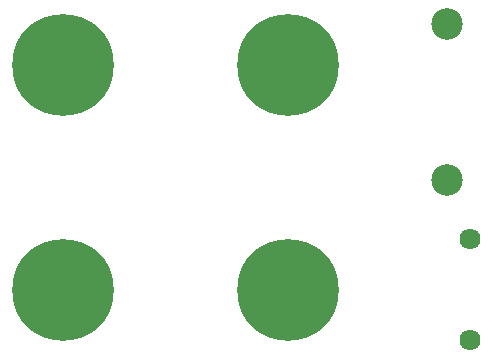
<source format=gbs>
%TF.GenerationSoftware,KiCad,Pcbnew,9.0.0-1.fc40*%
%TF.CreationDate,2025-03-13T13:33:29-07:00*%
%TF.ProjectId,HearingAidBattery-Holder,48656172-696e-4674-9169-644261747465,1.0*%
%TF.SameCoordinates,Original*%
%TF.FileFunction,Soldermask,Bot*%
%TF.FilePolarity,Negative*%
%FSLAX46Y46*%
G04 Gerber Fmt 4.6, Leading zero omitted, Abs format (unit mm)*
G04 Created by KiCad (PCBNEW 9.0.0-1.fc40) date 2025-03-13 13:33:29*
%MOMM*%
%LPD*%
G01*
G04 APERTURE LIST*
%ADD10C,2.670000*%
%ADD11C,0.900000*%
%ADD12C,8.600000*%
%ADD13C,1.790000*%
G04 APERTURE END LIST*
D10*
%TO.C,BT1*%
X134177790Y-75315581D03*
X134177790Y-88525581D03*
%TD*%
D11*
%TO.C,H4*%
X117425000Y-97795581D03*
X118369581Y-95515162D03*
X118369581Y-100076000D03*
X120650000Y-94570581D03*
D12*
X120650000Y-97795581D03*
D11*
X120650000Y-101020581D03*
X122930419Y-95515162D03*
X122930419Y-100076000D03*
X123875000Y-97795581D03*
%TD*%
%TO.C,H3*%
X98375000Y-97795581D03*
X99319581Y-95515162D03*
X99319581Y-100076000D03*
X101600000Y-94570581D03*
D12*
X101600000Y-97795581D03*
D11*
X101600000Y-101020581D03*
X103880419Y-95515162D03*
X103880419Y-100076000D03*
X104825000Y-97795581D03*
%TD*%
D13*
%TO.C,BT2*%
X136082790Y-93519419D03*
X136082790Y-102049419D03*
%TD*%
D11*
%TO.C,H2*%
X98375000Y-78745581D03*
X99319581Y-76465162D03*
X99319581Y-81026000D03*
X101600000Y-75520581D03*
D12*
X101600000Y-78745581D03*
D11*
X101600000Y-81970581D03*
X103880419Y-76465162D03*
X103880419Y-81026000D03*
X104825000Y-78745581D03*
%TD*%
%TO.C,H1*%
X117425000Y-78745581D03*
X118369581Y-76465162D03*
X118369581Y-81026000D03*
X120650000Y-75520581D03*
D12*
X120650000Y-78745581D03*
D11*
X120650000Y-81970581D03*
X122930419Y-76465162D03*
X122930419Y-81026000D03*
X123875000Y-78745581D03*
%TD*%
M02*

</source>
